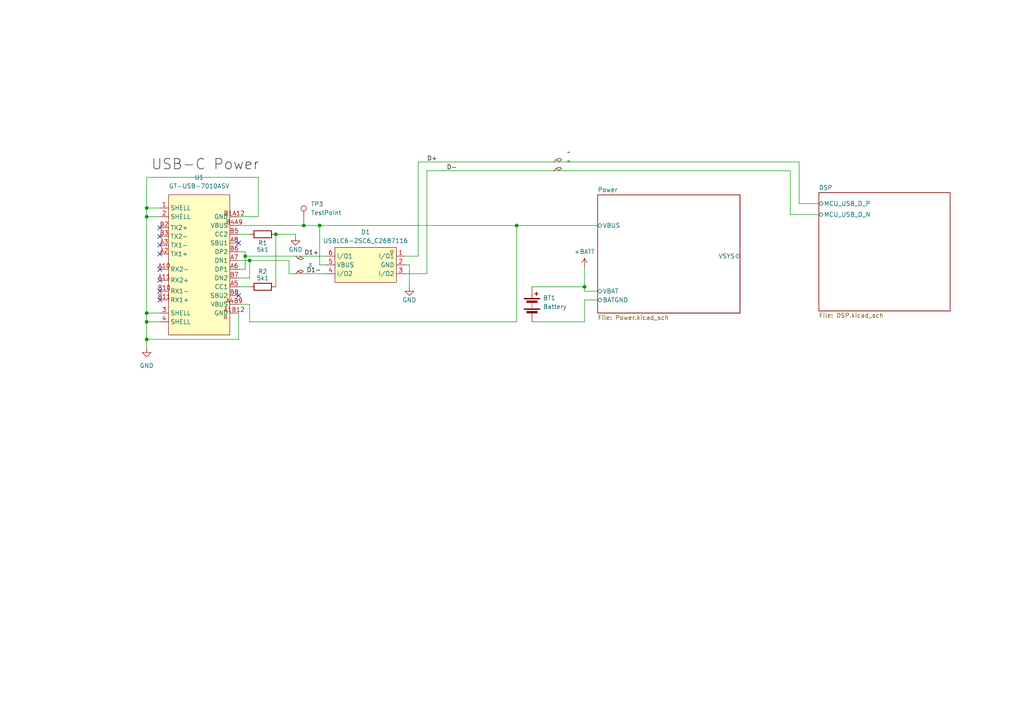
<source format=kicad_sch>
(kicad_sch (version 20230121) (generator eeschema)
  (paper "A4")
  (title_block (title "BLEEarrings (Blade Runner)") (date "2023-10-30") (rev "00.00") (company "Kitty and Dom"))
  (lib_symbols
    (symbol "Connector:TestPoint" (pin_numbers hide) (pin_names (offset 0.762) hide)
      (property "Reference" "TP" (at 0 6.858 0))
      (property "Value" "TestPoint" (at 0 5.08 0))
      (symbol "TestPoint_0_1"
        (circle (center 0 3.302) (radius 0.762))
      )
      (symbol "TestPoint_1_1"
        (pin passive line (at 0 0 90) (length 2.54) (name "1") (number "1"))
      )
    )
    (symbol "CustomPads:Matched_Impedance" (in_bom no) (on_board no)
      (symbol "Matched_Impedance_0_1"
        (polyline (pts (xy 0 0) (xy 0.508 0.508) (xy 1.016 0.508) (xy 1.27 0.254) (xy 1.778 0.254) (xy 2.032 0.508) (xy 2.286 0.508)))
        (polyline (pts (xy 0.508 0.762) (xy 0.508 0.762) (xy 1.016 0.762) (xy 1.27 1.016) (xy 1.778 1.016) (xy 2.032 0.762) (xy 2.286 0.762)))
      )
    )
    (symbol "Device:Battery" (pin_numbers hide) (pin_names (offset 0) hide)
      (property "Reference" "BT" (at 2.54 2.54 0))
      (property "Value" "Battery" (at 2.54 0 0))
      (symbol "Battery_0_1"
        (rectangle (start -2.286 -1.27) (end 2.286 -1.524) (fill (type outline)))
        (rectangle (start -2.286 1.778) (end 2.286 1.524) (fill (type outline)))
        (rectangle (start -1.524 -2.032) (end 1.524 -2.54) (fill (type outline)))
        (rectangle (start -1.524 1.016) (end 1.524 0.508) (fill (type outline)))
        (polyline (pts (xy 0 -1.016) (xy 0 -0.762)))
        (polyline (pts (xy 0 -0.508) (xy 0 -0.254)))
        (polyline (pts (xy 0 0) (xy 0 0.254)))
        (polyline (pts (xy 0 1.778) (xy 0 2.54)))
        (polyline (pts (xy 0.762 3.048) (xy 1.778 3.048)) (stroke (width 0.254)))
        (polyline (pts (xy 1.27 3.556) (xy 1.27 2.54)) (stroke (width 0.254)))
      )
      (symbol "Battery_1_1"
        (pin passive line (at 0 5.08 270) (length 2.54) (name "+") (number "1"))
        (pin passive line (at 0 -5.08 90) (length 2.54) (name "-") (number "2"))
      )
    )
    (symbol "Device:R" (pin_numbers hide) (pin_names (offset 0))
      (property "Reference" "R" (at 2.032 0 90))
      (property "Value" "R" (at 0 0 90))
      (symbol "R_0_1"
        (rectangle (start -1.016 -2.54) (end 1.016 2.54) (stroke (width 0.254)))
      )
      (symbol "R_1_1"
        (pin passive line (at 0 3.81 270) (length 1.27) (name "~") (number "1"))
        (pin passive line (at 0 -3.81 90) (length 1.27) (name "~") (number "2"))
      )
    )
    (symbol "easyeda2kicad:GT-USB-7010ASV"
      (property "Reference" "U1" (at -1.27 -20.32 0))
      (property "Value" "GT-USB-7010ASV" (at -1.27 -17.78 0))
      (symbol "GT-USB-7010ASV_0_1"
        (rectangle (start -10.16 25.4) (end 7.62 -15.24) (fill (type background)))
        (circle (center -8.89 20.32) (radius 0.38))
        (pin unspecified line (at 10.16 -11.43 180) (length 2.54) (name "SHELL") (number "1"))
        (pin unspecified line (at 10.16 -8.89 180) (length 2.54) (name "SHELL") (number "2"))
        (pin unspecified line (at 10.16 19.05 180) (length 2.54) (name "SHELL") (number "3"))
        (pin unspecified line (at 10.16 21.59 180) (length 2.54) (name "SHELL") (number "4"))
        (pin unspecified line (at 10.16 6.35 180) (length 2.54) (name "RX2-") (number "A10"))
        (pin unspecified line (at 10.16 9.525 180) (length 2.54) (name "RX2+") (number "A11"))
        (pin unspecified line (at -12.7 19.05 0) (length 2.54) (name "GND") (number "A1B12"))
        (pin unspecified line (at 10.16 1.905 180) (length 2.54) (name "TX1+") (number "A2"))
        (pin unspecified line (at 10.16 -0.635 180) (length 2.54) (name "TX1-") (number "A3"))
        (pin unspecified line (at -12.7 16.51 0) (length 2.54) (name "VBUS") (number "A4B9"))
        (pin unspecified line (at -12.7 11.43 0) (length 2.54) (name "CC1") (number "A5"))
        (pin unspecified line (at -12.7 6.35 0) (length 2.54) (name "DP1") (number "A6"))
        (pin unspecified line (at -12.7 3.81 0) (length 2.54) (name "DN1") (number "A7"))
        (pin unspecified line (at -12.7 -1.27 0) (length 2.54) (name "SBU1") (number "A8"))
        (pin unspecified line (at 10.16 12.7 180) (length 2.54) (name "RX1-") (number "B10"))
        (pin unspecified line (at 10.16 15.24 180) (length 2.54) (name "RX1+") (number "B11"))
        (pin unspecified line (at -12.7 -8.89 0) (length 2.54) (name "GND") (number "B1A12"))
        (pin unspecified line (at 10.16 -5.715 180) (length 2.54) (name "TX2+") (number "B2"))
        (pin unspecified line (at 10.16 -3.175 180) (length 2.54) (name "TX2-") (number "B3"))
        (pin unspecified line (at -12.7 -6.35 0) (length 2.54) (name "VBUS") (number "B4A9"))
        (pin unspecified line (at -12.7 -3.81 0) (length 2.54) (name "CC2") (number "B5"))
        (pin unspecified line (at -12.7 1.27 0) (length 2.54) (name "DP2") (number "B6"))
        (pin unspecified line (at -12.7 8.89 0) (length 2.54) (name "DN2") (number "B7"))
        (pin unspecified line (at -12.7 13.97 0) (length 2.54) (name "SBU2") (number "B8"))
      )
    )
    (symbol "easyeda2kicad:USBLC6-2SC6_C2687116"
      (property "Reference" "D" (at 0 7.62 0))
      (property "Value" "USBLC6-2SC6_C2687116" (at 0 -7.62 0))
      (symbol "USBLC6-2SC6_C2687116_0_1"
        (rectangle (start -8.89 5.08) (end 8.89 -5.08) (fill (type background)))
        (circle (center -7.62 3.81) (radius 0.38))
        (pin unspecified line (at -11.43 2.54 0) (length 2.54) (name "I/O1") (number "1"))
        (pin unspecified line (at -11.43 0 0) (length 2.54) (name "GND") (number "2"))
        (pin unspecified line (at -11.43 -2.54 0) (length 2.54) (name "I/O2") (number "3"))
        (pin unspecified line (at 11.43 -2.54 180) (length 2.54) (name "I/O2") (number "4"))
        (pin unspecified line (at 11.43 0 180) (length 2.54) (name "VBUS") (number "5"))
        (pin unspecified line (at 11.43 2.54 180) (length 2.54) (name "I/O1") (number "6"))
      )
    )
    (symbol "power:+BATT" (power) (pin_names (offset 0))
      (property "Value" "+BATT" (at 0 3.556 0))
      (symbol "+BATT_0_1"
        (polyline (pts (xy -0.762 1.27) (xy 0 2.54)))
        (polyline (pts (xy 0 0) (xy 0 2.54)))
        (polyline (pts (xy 0 2.54) (xy 0.762 1.27)))
      )
      (symbol "+BATT_1_1"
        (pin power_in line (at 0 0 90) (length 0) hide (name "+BATT") (number "1"))
      )
    )
    (symbol "power:GND" (power) (pin_names (offset 0))
      (property "Value" "GND" (at 0 -3.81 0))
      (symbol "GND_0_1"
        (polyline (pts (xy 0 0) (xy 0 -1.27) (xy 1.27 -1.27) (xy 0 -2.54) (xy -1.27 -1.27) (xy 0 -1.27)))
      )
      (symbol "GND_1_1"
        (pin power_in line (at 0 0 270) (length 0) hide (name "GND") (number "1"))
      )
    )
  )
  (junction (at 42.545 98.425))
  (junction (at 42.545 90.805))
  (junction (at 88.1126 65.405))
  (junction (at 92.71 65.405))
  (junction (at 42.545 93.345))
  (junction (at 72.39 75.565))
  (junction (at 42.545 60.325))
  (junction (at 149.86 65.405))
  (junction (at 71.12 74.295))
  (junction (at 42.545 62.865))
  (junction (at 80.01 67.945))
  (junction (at 169.545 83.185))
  (no_connect (at 46.355 66.04))
  (no_connect (at 46.355 68.58))
  (no_connect (at 46.355 81.28))
  (no_connect (at 46.355 71.12))
  (no_connect (at 46.355 84.455))
  (no_connect (at 69.215 85.725))
  (no_connect (at 69.215 70.485))
  (no_connect (at 46.355 73.66))
  (no_connect (at 46.355 86.995))
  (no_connect (at 46.355 78.105))
  (wire (pts (xy 42.545 90.805) (xy 42.545 93.345)))
  (wire (pts (xy 229.235 49.53) (xy 123.825 49.53)))
  (wire (pts (xy 42.545 60.325) (xy 42.545 62.865)))
  (wire (pts (xy 42.545 93.345) (xy 42.545 98.425)))
  (wire (pts (xy 88.1126 65.405) (xy 92.71 65.405)))
  (wire (pts (xy 85.725 68.58) (xy 85.725 67.945)))
  (wire (pts (xy 69.215 78.105) (xy 71.12 78.105)))
  (wire (pts (xy 42.545 93.345) (xy 46.355 93.345)))
  (wire (pts (xy 123.825 79.375) (xy 117.475 79.375)))
  (wire (pts (xy 74.93 62.865) (xy 74.93 51.435)))
  (wire (pts (xy 123.825 49.53) (xy 123.825 79.375)))
  (wire (pts (xy 94.615 76.835) (xy 92.71 76.835)))
  (wire (pts (xy 72.39 75.565) (xy 72.39 80.645)))
  (wire (pts (xy 169.545 77.47) (xy 169.545 83.185)))
  (wire (pts (xy 69.215 67.945) (xy 72.39 67.945)))
  (wire (pts (xy 72.39 88.265) (xy 69.215 88.265)))
  (wire (pts (xy 169.545 86.995) (xy 173.355 86.995)))
  (wire (pts (xy 88.1126 63.754) (xy 88.1126 65.405)))
  (wire (pts (xy 71.12 73.025) (xy 71.12 74.295)))
  (wire (pts (xy 118.745 76.835) (xy 117.475 76.835)))
  (wire (pts (xy 231.775 46.99) (xy 121.285 46.99)))
  (wire (pts (xy 154.305 83.185) (xy 169.545 83.185)))
  (wire (pts (xy 92.71 65.405) (xy 149.86 65.405)))
  (wire (pts (xy 42.545 51.435) (xy 42.545 60.325)))
  (wire (pts (xy 69.215 62.865) (xy 74.93 62.865)))
  (wire (pts (xy 69.215 90.805) (xy 69.215 98.425)))
  (wire (pts (xy 83.82 75.565) (xy 72.39 75.565)))
  (wire (pts (xy 71.12 73.025) (xy 69.215 73.025)))
  (wire (pts (xy 80.01 67.945) (xy 80.01 83.185)))
  (wire (pts (xy 42.545 62.865) (xy 46.355 62.865)))
  (wire (pts (xy 94.615 79.375) (xy 83.82 79.375)))
  (wire (pts (xy 69.215 75.565) (xy 72.39 75.565)))
  (wire (pts (xy 121.285 46.99) (xy 121.285 74.295)))
  (wire (pts (xy 42.545 98.425) (xy 42.545 100.965)))
  (wire (pts (xy 46.355 90.805) (xy 42.545 90.805)))
  (wire (pts (xy 69.215 65.405) (xy 88.1126 65.405)))
  (wire (pts (xy 117.475 74.295) (xy 121.285 74.295)))
  (wire (pts (xy 71.12 74.295) (xy 94.615 74.295)))
  (wire (pts (xy 74.93 51.435) (xy 42.545 51.435)))
  (wire (pts (xy 118.745 76.835) (xy 118.745 83.185)))
  (wire (pts (xy 149.86 65.405) (xy 173.355 65.405)))
  (wire (pts (xy 169.545 93.345) (xy 169.545 86.995)))
  (wire (pts (xy 72.39 93.345) (xy 149.86 93.345)))
  (wire (pts (xy 169.545 83.185) (xy 169.545 84.455)))
  (wire (pts (xy 237.49 62.23) (xy 229.235 62.23)))
  (wire (pts (xy 83.82 79.375) (xy 83.82 75.565)))
  (wire (pts (xy 72.39 80.645) (xy 69.215 80.645)))
  (wire (pts (xy 80.01 67.945) (xy 85.725 67.945)))
  (wire (pts (xy 42.545 62.865) (xy 42.545 90.805)))
  (wire (pts (xy 154.305 93.345) (xy 169.545 93.345)))
  (wire (pts (xy 42.545 60.325) (xy 46.355 60.325)))
  (wire (pts (xy 92.71 76.835) (xy 92.71 65.405)))
  (wire (pts (xy 237.49 59.055) (xy 231.775 59.055)))
  (wire (pts (xy 42.545 98.425) (xy 69.215 98.425)))
  (wire (pts (xy 229.235 62.23) (xy 229.235 49.53)))
  (wire (pts (xy 149.86 65.405) (xy 149.86 93.345)))
  (wire (pts (xy 71.12 78.105) (xy 71.12 74.295)))
  (wire (pts (xy 69.215 83.185) (xy 72.39 83.185)))
  (wire (pts (xy 169.545 84.455) (xy 173.355 84.455)))
  (wire (pts (xy 72.39 93.345) (xy 72.39 88.265)))
  (wire (pts (xy 231.775 59.055) (xy 231.775 46.99)))
  (label "D-" (at 129.54 49.53 0))
  (label "D+" (at 123.825 46.99 0))
  (label "D1+" (at 88.265 74.295 0))
  (label "D1-" (at 88.9 79.375 0))
  (label "USB-C Power" (at 43.815 50.165 0) (effects (font (size 3 3))))
  (symbol (lib_id "Device:Battery") (at 154.305 88.265 0) (unit 1)
    (property "Reference" "BT1" (at 157.48 86.4235 0) (effects (justify left)))
    (property "Value" "Battery" (at 157.48 88.9635 0) (effects (justify left)))
    (property "Footprint" "easyeda2kicad:BAT-TH_BS-24-A1AJ013" (effects hide))
  )
  (symbol (lib_id "CustomPads:Matched_Impedance") (at 85.725 79.375 0) (unit 1) (in_bom no) (on_board no)
    (property "Reference" "MP2" (effects hide))
    (property "Value" "~" (at 90.043 76.5302 0))
  )
  (symbol (lib_id "CustomPads:Matched_Impedance") (at 160.655 49.53 0) (unit 1) (in_bom no) (on_board no)
    (property "Reference" "MP4" (effects hide))
    (property "Value" "~" (at 164.973 46.6852 0))
  )
  (symbol (lib_id "Device:R") (at 76.2 83.185 90) (unit 1)
    (property "Reference" "R2" (at 76.2 78.74 90))
    (property "Value" "5k1" (at 76.2 80.645 90))
    (property "Footprint" "Resistor_SMD:R_0402_1005Metric_Pad0.72x0.64mm_HandSolder" (effects hide))
  )
  (symbol (lib_id "CustomPads:Matched_Impedance") (at 160.655 46.99 0) (unit 1) (in_bom no) (on_board no)
    (property "Reference" "MP3" (effects hide))
    (property "Value" "~" (at 164.973 44.1452 0))
  )
  (symbol (lib_id "power:GND") (at 42.545 100.965 0) (unit 1)
    (property "Reference" "#PWR01" (effects hide))
    (property "Value" "GND" (at 42.545 106.045 0))
  )
  (symbol (lib_id "Connector:TestPoint") (at 88.1126 63.754 0) (unit 1)
    (property "Reference" "TP3" (at 90.1446 59.182 0) (effects (justify left)))
    (property "Value" "TestPoint" (at 90.1446 61.722 0) (effects (justify left)))
    (property "Footprint" "TestPoint:TestPoint_Pad_D1.0mm" (effects hide))
  )
  (symbol (lib_id "power:GND") (at 85.725 68.58 0) (unit 1)
    (property "Reference" "#PWR02" (effects hide))
    (property "Value" "GND" (at 85.725 72.39 0))
  )
  (symbol (lib_id "Device:R") (at 76.2 67.945 90) (unit 1)
    (property "Reference" "R1" (at 76.2 70.485 90))
    (property "Value" "5k1" (at 76.2 72.39 90))
    (property "Footprint" "Resistor_SMD:R_0402_1005Metric_Pad0.72x0.64mm_HandSolder" (effects hide))
  )
  (symbol (lib_id "power:GND") (at 118.745 83.185 0) (unit 1)
    (property "Reference" "#PWR03" (effects hide))
    (property "Value" "GND" (at 118.745 86.995 0))
  )
  (symbol (lib_id "power:+BATT") (at 169.545 77.47 0) (unit 1)
    (property "Reference" "#PWR04" (effects hide))
    (property "Value" "+BATT" (at 169.545 73.025 0))
  )
  (symbol (lib_id "CustomPads:Matched_Impedance") (at 85.725 74.295 0) (mirror x) (unit 1) (in_bom no) (on_board no)
    (property "Reference" "MP1" (effects hide))
    (property "Value" "~" (at 90.043 77.1398 0))
  )
  (symbol (lib_id "easyeda2kicad:USBLC6-2SC6_C2687116") (at 106.045 76.835 0) (mirror y) (unit 1)
    (property "Reference" "D1" (at 106.045 67.31 0))
    (property "Value" "USBLC6-2SC6_C2687116" (at 106.045 69.85 0))
    (property "Footprint" "easyeda2kicad:SOT-23-6_L2.9-W1.6-P0.95-LS2.8-BL" (effects hide))
    (property "LCSC Part" "C2687116" (effects hide))
  )
  (symbol (lib_id "easyeda2kicad:GT-USB-7010ASV") (at 56.515 71.755 180) (unit 1)
    (property "Reference" "U1" (at 57.785 51.435 0))
    (property "Value" "GT-USB-7010ASV" (at 57.785 53.975 0))
    (property "Footprint" "easyeda2kicad:AMPHENOL_12401832E402A" (effects hide))
    (property "LCSC Part" "C2988369" (effects hide))
  )
  (sheet (at 237.49 55.88) (size 38.1 34.29) (stroke (width 0.1524))
    (property "Sheetname" "DSP" (at 237.49 55.1684 0) (effects (justify left bottom)))
    (property "Sheetfile" "DSP.kicad_sch" (at 237.49 90.7546 0) (effects (justify left top)))
    (pin "MCU_USB_D_N" bidirectional (at 237.49 62.23 180))
    (pin "MCU_USB_D_P" bidirectional (at 237.49 59.055 180))
  )
  (sheet (at 173.355 56.515) (size 41.275 34.29) (stroke (width 0.1524))
    (property "Sheetname" "Power" (at 173.355 55.8034 0) (effects (justify left bottom)))
    (property "Sheetfile" "Power.kicad_sch" (at 173.355 91.3896 0) (effects (justify left top)))
    (pin "VBUS" bidirectional (at 173.355 65.405 180))
    (pin "VBAT" bidirectional (at 173.355 84.455 180))
    (pin "BATGND" bidirectional (at 173.355 86.995 180))
    (pin "VSYS" bidirectional (at 214.63 74.295 0))
  )
)
</source>
